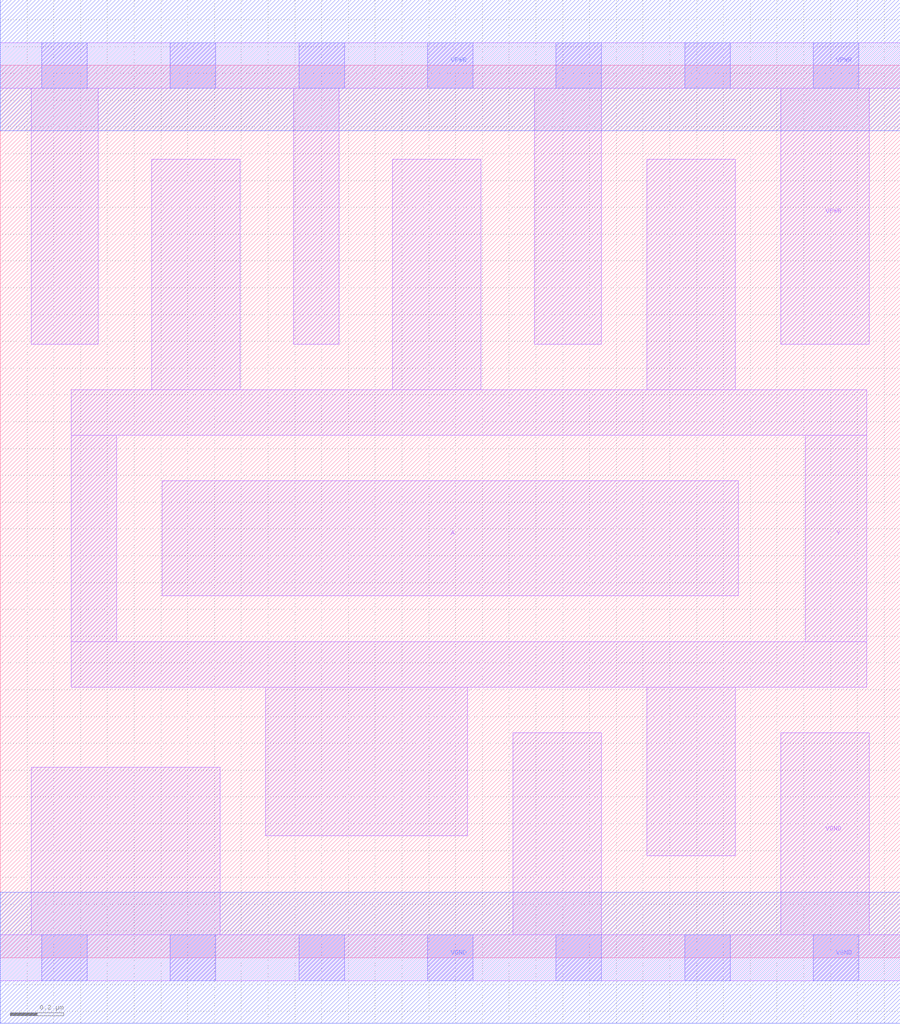
<source format=lef>
# Copyright 2020 The SkyWater PDK Authors
#
# Licensed under the Apache License, Version 2.0 (the "License");
# you may not use this file except in compliance with the License.
# You may obtain a copy of the License at
#
#     https://www.apache.org/licenses/LICENSE-2.0
#
# Unless required by applicable law or agreed to in writing, software
# distributed under the License is distributed on an "AS IS" BASIS,
# WITHOUT WARRANTIES OR CONDITIONS OF ANY KIND, either express or implied.
# See the License for the specific language governing permissions and
# limitations under the License.
#
# SPDX-License-Identifier: Apache-2.0

VERSION 5.7 ;
  NAMESCASESENSITIVE ON ;
  NOWIREEXTENSIONATPIN ON ;
  DIVIDERCHAR "/" ;
  BUSBITCHARS "[]" ;
UNITS
  DATABASE MICRONS 200 ;
END UNITS
MACRO sky130_fd_sc_ls__clkinv_4
  CLASS CORE ;
  SOURCE USER ;
  FOREIGN sky130_fd_sc_ls__clkinv_4 ;
  ORIGIN  0.000000  0.000000 ;
  SIZE  3.360000 BY  3.330000 ;
  SYMMETRY X Y ;
  SITE unit ;
  PIN A
    ANTENNAGATEAREA  1.260000 ;
    DIRECTION INPUT ;
    USE SIGNAL ;
    PORT
      LAYER li1 ;
        RECT 0.605000 1.350000 2.755000 1.780000 ;
    END
  END A
  PIN Y
    ANTENNADIFFAREA  1.432200 ;
    DIRECTION OUTPUT ;
    USE SIGNAL ;
    PORT
      LAYER li1 ;
        RECT 0.265000 1.010000 3.235000 1.180000 ;
        RECT 0.265000 1.180000 0.435000 1.950000 ;
        RECT 0.265000 1.950000 3.235000 2.120000 ;
        RECT 0.565000 2.120000 0.895000 2.980000 ;
        RECT 0.990000 0.455000 1.745000 1.010000 ;
        RECT 1.465000 2.120000 1.795000 2.980000 ;
        RECT 2.415000 0.380000 2.745000 1.010000 ;
        RECT 2.415000 2.120000 2.745000 2.980000 ;
        RECT 3.005000 1.180000 3.235000 1.950000 ;
    END
  END Y
  PIN VGND
    DIRECTION INOUT ;
    SHAPE ABUTMENT ;
    USE GROUND ;
    PORT
      LAYER li1 ;
        RECT 0.000000 -0.085000 3.360000 0.085000 ;
        RECT 0.115000  0.085000 0.820000 0.710000 ;
        RECT 1.915000  0.085000 2.245000 0.840000 ;
        RECT 2.915000  0.085000 3.245000 0.840000 ;
      LAYER mcon ;
        RECT 0.155000 -0.085000 0.325000 0.085000 ;
        RECT 0.635000 -0.085000 0.805000 0.085000 ;
        RECT 1.115000 -0.085000 1.285000 0.085000 ;
        RECT 1.595000 -0.085000 1.765000 0.085000 ;
        RECT 2.075000 -0.085000 2.245000 0.085000 ;
        RECT 2.555000 -0.085000 2.725000 0.085000 ;
        RECT 3.035000 -0.085000 3.205000 0.085000 ;
      LAYER met1 ;
        RECT 0.000000 -0.245000 3.360000 0.245000 ;
    END
  END VGND
  PIN VPWR
    DIRECTION INOUT ;
    SHAPE ABUTMENT ;
    USE POWER ;
    PORT
      LAYER li1 ;
        RECT 0.000000 3.245000 3.360000 3.415000 ;
        RECT 0.115000 2.290000 0.365000 3.245000 ;
        RECT 1.095000 2.290000 1.265000 3.245000 ;
        RECT 1.995000 2.290000 2.245000 3.245000 ;
        RECT 2.915000 2.290000 3.245000 3.245000 ;
      LAYER mcon ;
        RECT 0.155000 3.245000 0.325000 3.415000 ;
        RECT 0.635000 3.245000 0.805000 3.415000 ;
        RECT 1.115000 3.245000 1.285000 3.415000 ;
        RECT 1.595000 3.245000 1.765000 3.415000 ;
        RECT 2.075000 3.245000 2.245000 3.415000 ;
        RECT 2.555000 3.245000 2.725000 3.415000 ;
        RECT 3.035000 3.245000 3.205000 3.415000 ;
      LAYER met1 ;
        RECT 0.000000 3.085000 3.360000 3.575000 ;
    END
  END VPWR
END sky130_fd_sc_ls__clkinv_4

</source>
